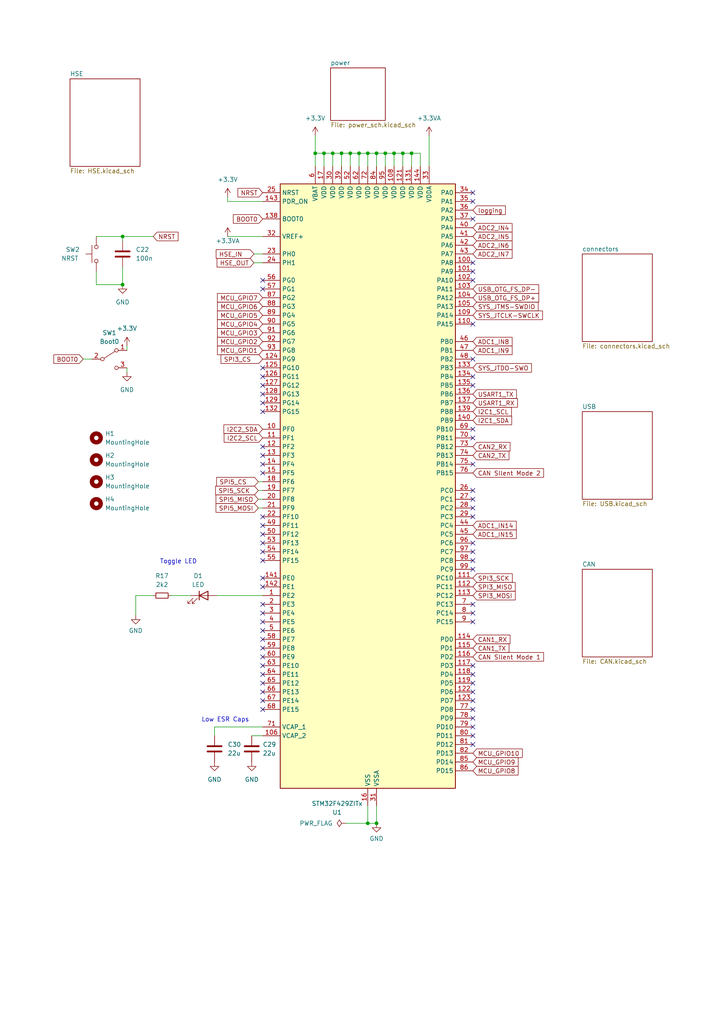
<source format=kicad_sch>
(kicad_sch (version 20230121) (generator eeschema)
  (paper "A4" portrait)
  (title_block (title "DAQ PCB") (date "2023-12-25") (company "Dallas Formula Racing"))
  (lib_symbols
    (symbol "Device:C" (pin_numbers hide) (pin_names (offset 0.254))
      (property "Reference" "C" (at 0.635 2.54 0))
      (property "Value" "C" (at 0.635 -2.54 0))
      (symbol "C_0_1"
        (polyline (pts (xy -2.032 -0.762) (xy 2.032 -0.762)) (stroke (width 0.508)))
        (polyline (pts (xy -2.032 0.762) (xy 2.032 0.762)) (stroke (width 0.508)))
      )
      (symbol "C_1_1"
        (pin passive line (at 0 3.81 270) (length 2.794) (name "~") (number "1"))
        (pin passive line (at 0 -3.81 90) (length 2.794) (name "~") (number "2"))
      )
    )
    (symbol "Device:LED" (pin_numbers hide) (pin_names (offset 1.016) hide)
      (property "Reference" "D" (at 0 2.54 0))
      (property "Value" "LED" (at 0 -2.54 0))
      (symbol "LED_0_1"
        (polyline (pts (xy -1.27 -1.27) (xy -1.27 1.27)) (stroke (width 0.254)))
        (polyline (pts (xy -1.27 0) (xy 1.27 0)))
        (polyline (pts (xy 1.27 -1.27) (xy 1.27 1.27) (xy -1.27 0) (xy 1.27 -1.27)) (stroke (width 0.254)))
        (polyline (pts (xy -3.048 -0.762) (xy -4.572 -2.286) (xy -3.81 -2.286) (xy -4.572 -2.286) (xy -4.572 -1.524)))
        (polyline (pts (xy -1.778 -0.762) (xy -3.302 -2.286) (xy -2.54 -2.286) (xy -3.302 -2.286) (xy -3.302 -1.524)))
      )
      (symbol "LED_1_1"
        (pin passive line (at -3.81 0 0) (length 2.54) (name "K") (number "1"))
        (pin passive line (at 3.81 0 180) (length 2.54) (name "A") (number "2"))
      )
    )
    (symbol "Device:R_Small" (pin_numbers hide) (pin_names (offset 0.254) hide)
      (property "Reference" "R" (at 0.762 0.508 0))
      (property "Value" "R_Small" (at 0.762 -1.016 0))
      (symbol "R_Small_0_1"
        (rectangle (start -0.762 1.778) (end 0.762 -1.778) (stroke (width 0.2032)))
      )
      (symbol "R_Small_1_1"
        (pin passive line (at 0 2.54 270) (length 0.762) (name "~") (number "1"))
        (pin passive line (at 0 -2.54 90) (length 0.762) (name "~") (number "2"))
      )
    )
    (symbol "MCU_ST_STM32F4:STM32F429ZITx"
      (property "Reference" "U" (at -25.4 90.17 0))
      (property "Value" "STM32F429ZITx" (at 20.32 90.17 0))
      (symbol "STM32F429ZITx_0_1"
        (rectangle (start -25.4 -86.36) (end 25.4 88.9) (stroke (width 0.254)) (fill (type background)))
      )
      (symbol "STM32F429ZITx_1_1"
        (pin bidirectional line (at -30.48 -30.48 0) (length 5.08) (name "PE2") (number "1"))
        (pin bidirectional line (at -30.48 17.78 0) (length 5.08) (name "PF0") (number "10"))
        (pin bidirectional line (at 30.48 66.04 180) (length 5.08) (name "PA8") (number "100"))
        (pin bidirectional line (at 30.48 63.5 180) (length 5.08) (name "PA9") (number "101"))
        (pin bidirectional line (at 30.48 60.96 180) (length 5.08) (name "PA10") (number "102"))
        (pin bidirectional line (at 30.48 58.42 180) (length 5.08) (name "PA11") (number "103"))
        (pin bidirectional line (at 30.48 55.88 180) (length 5.08) (name "PA12") (number "104"))
        (pin bidirectional line (at 30.48 53.34 180) (length 5.08) (name "PA13") (number "105"))
        (pin power_out line (at -30.48 -71.12 0) (length 5.08) (name "VCAP_2") (number "106"))
        (pin passive line (at 0 -91.44 90) (length 5.08) hide (name "VSS") (number "107"))
        (pin power_in line (at 7.62 93.98 270) (length 5.08) (name "VDD") (number "108"))
        (pin bidirectional line (at 30.48 50.8 180) (length 5.08) (name "PA14") (number "109"))
        (pin bidirectional line (at -30.48 15.24 0) (length 5.08) (name "PF1") (number "11"))
        (pin bidirectional line (at 30.48 48.26 180) (length 5.08) (name "PA15") (number "110"))
        (pin bidirectional line (at 30.48 -25.4 180) (length 5.08) (name "PC10") (number "111"))
        (pin bidirectional line (at 30.48 -27.94 180) (length 5.08) (name "PC11") (number "112"))
        (pin bidirectional line (at 30.48 -30.48 180) (length 5.08) (name "PC12") (number "113"))
        (pin bidirectional line (at 30.48 -43.18 180) (length 5.08) (name "PD0") (number "114"))
        (pin bidirectional line (at 30.48 -45.72 180) (length 5.08) (name "PD1") (number "115"))
        (pin bidirectional line (at 30.48 -48.26 180) (length 5.08) (name "PD2") (number "116"))
        (pin bidirectional line (at 30.48 -50.8 180) (length 5.08) (name "PD3") (number "117"))
        (pin bidirectional line (at 30.48 -53.34 180) (length 5.08) (name "PD4") (number "118"))
        (pin bidirectional line (at 30.48 -55.88 180) (length 5.08) (name "PD5") (number "119"))
        (pin bidirectional line (at -30.48 12.7 0) (length 5.08) (name "PF2") (number "12"))
        (pin passive line (at 0 -91.44 90) (length 5.08) hide (name "VSS") (number "120"))
        (pin power_in line (at 10.16 93.98 270) (length 5.08) (name "VDD") (number "121"))
        (pin bidirectional line (at 30.48 -58.42 180) (length 5.08) (name "PD6") (number "122"))
        (pin bidirectional line (at 30.48 -60.96 180) (length 5.08) (name "PD7") (number "123"))
        (pin bidirectional line (at -30.48 38.1 0) (length 5.08) (name "PG9") (number "124"))
        (pin bidirectional line (at -30.48 35.56 0) (length 5.08) (name "PG10") (number "125"))
        (pin bidirectional line (at -30.48 33.02 0) (length 5.08) (name "PG11") (number "126"))
        (pin bidirectional line (at -30.48 30.48 0) (length 5.08) (name "PG12") (number "127"))
        (pin bidirectional line (at -30.48 27.94 0) (length 5.08) (name "PG13") (number "128"))
        (pin bidirectional line (at -30.48 25.4 0) (length 5.08) (name "PG14") (number "129"))
        (pin bidirectional line (at -30.48 10.16 0) (length 5.08) (name "PF3") (number "13"))
        (pin passive line (at 0 -91.44 90) (length 5.08) hide (name "VSS") (number "130"))
        (pin power_in line (at 12.7 93.98 270) (length 5.08) (name "VDD") (number "131"))
        (pin bidirectional line (at -30.48 22.86 0) (length 5.08) (name "PG15") (number "132"))
        (pin bidirectional line (at 30.48 35.56 180) (length 5.08) (name "PB3") (number "133"))
        (pin bidirectional line (at 30.48 33.02 180) (length 5.08) (name "PB4") (number "134"))
        (pin bidirectional line (at 30.48 30.48 180) (length 5.08) (name "PB5") (number "135"))
        (pin bidirectional line (at 30.48 27.94 180) (length 5.08) (name "PB6") (number "136"))
        (pin bidirectional line (at 30.48 25.4 180) (length 5.08) (name "PB7") (number "137"))
        (pin input line (at -30.48 78.74 0) (length 5.08) (name "BOOT0") (number "138"))
        (pin bidirectional line (at 30.48 22.86 180) (length 5.08) (name "PB8") (number "139"))
        (pin bidirectional line (at -30.48 7.62 0) (length 5.08) (name "PF4") (number "14"))
        (pin bidirectional line (at 30.48 20.32 180) (length 5.08) (name "PB9") (number "140"))
        (pin bidirectional line (at -30.48 -25.4 0) (length 5.08) (name "PE0") (number "141"))
        (pin bidirectional line (at -30.48 -27.94 0) (length 5.08) (name "PE1") (number "142"))
        (pin input line (at -30.48 83.82 0) (length 5.08) (name "PDR_ON") (number "143"))
        (pin power_in line (at 15.24 93.98 270) (length 5.08) (name "VDD") (number "144"))
        (pin bidirectional line (at -30.48 5.08 0) (length 5.08) (name "PF5") (number "15"))
        (pin power_in line (at 0 -91.44 90) (length 5.08) (name "VSS") (number "16"))
        (pin power_in line (at -12.7 93.98 270) (length 5.08) (name "VDD") (number "17"))
        (pin bidirectional line (at -30.48 2.54 0) (length 5.08) (name "PF6") (number "18"))
        (pin bidirectional line (at -30.48 0 0) (length 5.08) (name "PF7") (number "19"))
        (pin bidirectional line (at -30.48 -33.02 0) (length 5.08) (name "PE3") (number "2"))
        (pin bidirectional line (at -30.48 -2.54 0) (length 5.08) (name "PF8") (number "20"))
        (pin bidirectional line (at -30.48 -5.08 0) (length 5.08) (name "PF9") (number "21"))
        (pin bidirectional line (at -30.48 -7.62 0) (length 5.08) (name "PF10") (number "22"))
        (pin bidirectional line (at -30.48 68.58 0) (length 5.08) (name "PH0") (number "23"))
        (pin bidirectional line (at -30.48 66.04 0) (length 5.08) (name "PH1") (number "24"))
        (pin input line (at -30.48 86.36 0) (length 5.08) (name "NRST") (number "25"))
        (pin bidirectional line (at 30.48 0 180) (length 5.08) (name "PC0") (number "26"))
        (pin bidirectional line (at 30.48 -2.54 180) (length 5.08) (name "PC1") (number "27"))
        (pin bidirectional line (at 30.48 -5.08 180) (length 5.08) (name "PC2") (number "28"))
        (pin bidirectional line (at 30.48 -7.62 180) (length 5.08) (name "PC3") (number "29"))
        (pin bidirectional line (at -30.48 -35.56 0) (length 5.08) (name "PE4") (number "3"))
        (pin power_in line (at -10.16 93.98 270) (length 5.08) (name "VDD") (number "30"))
        (pin power_in line (at 2.54 -91.44 90) (length 5.08) (name "VSSA") (number "31"))
        (pin input line (at -30.48 73.66 0) (length 5.08) (name "VREF+") (number "32"))
        (pin power_in line (at 17.78 93.98 270) (length 5.08) (name "VDDA") (number "33"))
        (pin bidirectional line (at 30.48 86.36 180) (length 5.08) (name "PA0") (number "34"))
        (pin bidirectional line (at 30.48 83.82 180) (length 5.08) (name "PA1") (number "35"))
        (pin bidirectional line (at 30.48 81.28 180) (length 5.08) (name "PA2") (number "36"))
        (pin bidirectional line (at 30.48 78.74 180) (length 5.08) (name "PA3") (number "37"))
        (pin passive line (at 0 -91.44 90) (length 5.08) hide (name "VSS") (number "38"))
        (pin power_in line (at -7.62 93.98 270) (length 5.08) (name "VDD") (number "39"))
        (pin bidirectional line (at -30.48 -38.1 0) (length 5.08) (name "PE5") (number "4"))
        (pin bidirectional line (at 30.48 76.2 180) (length 5.08) (name "PA4") (number "40"))
        (pin bidirectional line (at 30.48 73.66 180) (length 5.08) (name "PA5") (number "41"))
        (pin bidirectional line (at 30.48 71.12 180) (length 5.08) (name "PA6") (number "42"))
        (pin bidirectional line (at 30.48 68.58 180) (length 5.08) (name "PA7") (number "43"))
        (pin bidirectional line (at 30.48 -10.16 180) (length 5.08) (name "PC4") (number "44"))
        (pin bidirectional line (at 30.48 -12.7 180) (length 5.08) (name "PC5") (number "45"))
        (pin bidirectional line (at 30.48 43.18 180) (length 5.08) (name "PB0") (number "46"))
        (pin bidirectional line (at 30.48 40.64 180) (length 5.08) (name "PB1") (number "47"))
        (pin bidirectional line (at 30.48 38.1 180) (length 5.08) (name "PB2") (number "48"))
        (pin bidirectional line (at -30.48 -10.16 0) (length 5.08) (name "PF11") (number "49"))
        (pin bidirectional line (at -30.48 -40.64 0) (length 5.08) (name "PE6") (number "5"))
        (pin bidirectional line (at -30.48 -12.7 0) (length 5.08) (name "PF12") (number "50"))
        (pin passive line (at 0 -91.44 90) (length 5.08) hide (name "VSS") (number "51"))
        (pin power_in line (at -5.08 93.98 270) (length 5.08) (name "VDD") (number "52"))
        (pin bidirectional line (at -30.48 -15.24 0) (length 5.08) (name "PF13") (number "53"))
        (pin bidirectional line (at -30.48 -17.78 0) (length 5.08) (name "PF14") (number "54"))
        (pin bidirectional line (at -30.48 -20.32 0) (length 5.08) (name "PF15") (number "55"))
        (pin bidirectional line (at -30.48 60.96 0) (length 5.08) (name "PG0") (number "56"))
        (pin bidirectional line (at -30.48 58.42 0) (length 5.08) (name "PG1") (number "57"))
        (pin bidirectional line (at -30.48 -43.18 0) (length 5.08) (name "PE7") (number "58"))
        (pin bidirectional line (at -30.48 -45.72 0) (length 5.08) (name "PE8") (number "59"))
        (pin power_in line (at -15.24 93.98 270) (length 5.08) (name "VBAT") (number "6"))
        (pin bidirectional line (at -30.48 -48.26 0) (length 5.08) (name "PE9") (number "60"))
        (pin passive line (at 0 -91.44 90) (length 5.08) hide (name "VSS") (number "61"))
        (pin power_in line (at -2.54 93.98 270) (length 5.08) (name "VDD") (number "62"))
        (pin bidirectional line (at -30.48 -50.8 0) (length 5.08) (name "PE10") (number "63"))
        (pin bidirectional line (at -30.48 -53.34 0) (length 5.08) (name "PE11") (number "64"))
        (pin bidirectional line (at -30.48 -55.88 0) (length 5.08) (name "PE12") (number "65"))
        (pin bidirectional line (at -30.48 -58.42 0) (length 5.08) (name "PE13") (number "66"))
        (pin bidirectional line (at -30.48 -60.96 0) (length 5.08) (name "PE14") (number "67"))
        (pin bidirectional line (at -30.48 -63.5 0) (length 5.08) (name "PE15") (number "68"))
        (pin bidirectional line (at 30.48 17.78 180) (length 5.08) (name "PB10") (number "69"))
        (pin bidirectional line (at 30.48 -33.02 180) (length 5.08) (name "PC13") (number "7"))
        (pin bidirectional line (at 30.48 15.24 180) (length 5.08) (name "PB11") (number "70"))
        (pin power_out line (at -30.48 -68.58 0) (length 5.08) (name "VCAP_1") (number "71"))
        (pin power_in line (at 0 93.98 270) (length 5.08) (name "VDD") (number "72"))
        (pin bidirectional line (at 30.48 12.7 180) (length 5.08) (name "PB12") (number "73"))
        (pin bidirectional line (at 30.48 10.16 180) (length 5.08) (name "PB13") (number "74"))
        (pin bidirectional line (at 30.48 7.62 180) (length 5.08) (name "PB14") (number "75"))
        (pin bidirectional line (at 30.48 5.08 180) (length 5.08) (name "PB15") (number "76"))
        (pin bidirectional line (at 30.48 -63.5 180) (length 5.08) (name "PD8") (number "77"))
        (pin bidirectional line (at 30.48 -66.04 180) (length 5.08) (name "PD9") (number "78"))
        (pin bidirectional line (at 30.48 -68.58 180) (length 5.08) (name "PD10") (number "79"))
        (pin bidirectional line (at 30.48 -35.56 180) (length 5.08) (name "PC14") (number "8"))
        (pin bidirectional line (at 30.48 -71.12 180) (length 5.08) (name "PD11") (number "80"))
        (pin bidirectional line (at 30.48 -73.66 180) (length 5.08) (name "PD12") (number "81"))
        (pin bidirectional line (at 30.48 -76.2 180) (length 5.08) (name "PD13") (number "82"))
        (pin passive line (at 0 -91.44 90) (length 5.08) hide (name "VSS") (number "83"))
        (pin power_in line (at 2.54 93.98 270) (length 5.08) (name "VDD") (number "84"))
        (pin bidirectional line (at 30.48 -78.74 180) (length 5.08) (name "PD14") (number "85"))
        (pin bidirectional line (at 30.48 -81.28 180) (length 5.08) (name "PD15") (number "86"))
        (pin bidirectional line (at -30.48 55.88 0) (length 5.08) (name "PG2") (number "87"))
        (pin bidirectional line (at -30.48 53.34 0) (length 5.08) (name "PG3") (number "88"))
        (pin bidirectional line (at -30.48 50.8 0) (length 5.08) (name "PG4") (number "89"))
        (pin bidirectional line (at 30.48 -38.1 180) (length 5.08) (name "PC15") (number "9"))
        (pin bidirectional line (at -30.48 48.26 0) (length 5.08) (name "PG5") (number "90"))
        (pin bidirectional line (at -30.48 45.72 0) (length 5.08) (name "PG6") (number "91"))
        (pin bidirectional line (at -30.48 43.18 0) (length 5.08) (name "PG7") (number "92"))
        (pin bidirectional line (at -30.48 40.64 0) (length 5.08) (name "PG8") (number "93"))
        (pin passive line (at 0 -91.44 90) (length 5.08) hide (name "VSS") (number "94"))
        (pin power_in line (at 5.08 93.98 270) (length 5.08) (name "VDD") (number "95"))
        (pin bidirectional line (at 30.48 -15.24 180) (length 5.08) (name "PC6") (number "96"))
        (pin bidirectional line (at 30.48 -17.78 180) (length 5.08) (name "PC7") (number "97"))
        (pin bidirectional line (at 30.48 -20.32 180) (length 5.08) (name "PC8") (number "98"))
        (pin bidirectional line (at 30.48 -22.86 180) (length 5.08) (name "PC9") (number "99"))
      )
    )
    (symbol "Mechanical:MountingHole" (pin_names (offset 1.016))
      (property "Reference" "H" (at 0 5.08 0))
      (property "Value" "MountingHole" (at 0 3.175 0))
      (symbol "MountingHole_0_1"
        (circle (center 0 0) (radius 1.27) (stroke (width 1.27)))
      )
    )
    (symbol "Switch:SW_Push" (pin_numbers hide) (pin_names (offset 1.016) hide)
      (property "Reference" "SW" (at 1.27 2.54 0))
      (property "Value" "SW_Push" (at 0 -1.524 0))
      (symbol "SW_Push_0_1"
        (circle (center -2.032 0) (radius 0.508))
        (polyline (pts (xy 0 1.27) (xy 0 3.048)))
        (polyline (pts (xy 2.54 1.27) (xy -2.54 1.27)))
        (circle (center 2.032 0) (radius 0.508))
        (pin passive line (at -5.08 0 0) (length 2.54) (name "1") (number "1"))
        (pin passive line (at 5.08 0 180) (length 2.54) (name "2") (number "2"))
      )
    )
    (symbol "Switch:SW_SPDT" (pin_names (offset 0) hide)
      (property "Reference" "SW" (at 0 4.318 0))
      (property "Value" "SW_SPDT" (at 0 -5.08 0))
      (symbol "SW_SPDT_0_0"
        (circle (center -2.032 0) (radius 0.508))
        (circle (center 2.032 -2.54) (radius 0.508))
      )
      (symbol "SW_SPDT_0_1"
        (polyline (pts (xy -1.524 0.254) (xy 1.651 2.286)))
        (circle (center 2.032 2.54) (radius 0.508))
      )
      (symbol "SW_SPDT_1_1"
        (pin passive line (at 5.08 2.54 180) (length 2.54) (name "A") (number "1"))
        (pin passive line (at -5.08 0 0) (length 2.54) (name "B") (number "2"))
        (pin passive line (at 5.08 -2.54 180) (length 2.54) (name "C") (number "3"))
      )
    )
    (symbol "power:+3.3V" (power) (pin_names (offset 0))
      (property "Value" "+3.3V" (at 0 3.556 0))
      (symbol "+3.3V_0_1"
        (polyline (pts (xy -0.762 1.27) (xy 0 2.54)))
        (polyline (pts (xy 0 0) (xy 0 2.54)))
        (polyline (pts (xy 0 2.54) (xy 0.762 1.27)))
      )
      (symbol "+3.3V_1_1"
        (pin power_in line (at 0 0 90) (length 0) hide (name "+3.3V") (number "1"))
      )
    )
    (symbol "power:+3.3VA" (power) (pin_names (offset 0))
      (property "Value" "+3.3VA" (at 0 3.556 0))
      (symbol "+3.3VA_0_1"
        (polyline (pts (xy -0.762 1.27) (xy 0 2.54)))
        (polyline (pts (xy 0 0) (xy 0 2.54)))
        (polyline (pts (xy 0 2.54) (xy 0.762 1.27)))
      )
      (symbol "+3.3VA_1_1"
        (pin power_in line (at 0 0 90) (length 0) hide (name "+3.3VA") (number "1"))
      )
    )
    (symbol "power:GND" (power) (pin_names (offset 0))
      (property "Value" "GND" (at 0 -3.81 0))
      (symbol "GND_0_1"
        (polyline (pts (xy 0 0) (xy 0 -1.27) (xy 1.27 -1.27) (xy 0 -2.54) (xy -1.27 -1.27) (xy 0 -1.27)))
      )
      (symbol "GND_1_1"
        (pin power_in line (at 0 0 270) (length 0) hide (name "GND") (number "1"))
      )
    )
    (symbol "power:PWR_FLAG" (power) (pin_numbers hide) (pin_names (offset 0) hide)
      (property "Value" "PWR_FLAG" (at 0 3.81 0))
      (symbol "PWR_FLAG_0_0"
        (pin power_out line (at 0 0 90) (length 0) (name "pwr") (number "1"))
      )
      (symbol "PWR_FLAG_0_1"
        (polyline (pts (xy 0 0) (xy 0 1.27) (xy -1.016 1.905) (xy 0 2.54) (xy 1.016 1.905) (xy 0 1.27)))
      )
    )
  )
  (junction (at 109.22 238.76))
  (junction (at 35.56 82.55))
  (junction (at 99.06 44.45))
  (junction (at 91.44 44.45))
  (junction (at 96.52 44.45))
  (junction (at 109.22 44.45))
  (junction (at 119.38 44.45))
  (junction (at 104.14 44.45))
  (junction (at 111.76 44.45))
  (junction (at 93.98 44.45))
  (junction (at 106.68 44.45))
  (junction (at 101.6 44.45))
  (junction (at 114.3 44.45))
  (junction (at 106.68 238.76))
  (junction (at 35.56 68.58))
  (junction (at 116.84 44.45))
  (no_connect (at 76.2 137.16))
  (no_connect (at 76.2 187.96))
  (no_connect (at 76.2 109.22))
  (no_connect (at 76.2 111.76))
  (no_connect (at 76.2 205.74))
  (no_connect (at 76.2 116.84))
  (no_connect (at 137.16 208.28))
  (no_connect (at 76.2 182.88))
  (no_connect (at 137.16 149.86))
  (no_connect (at 76.2 114.3))
  (no_connect (at 137.16 195.58))
  (no_connect (at 137.16 205.74))
  (no_connect (at 76.2 134.62))
  (no_connect (at 76.2 81.28))
  (no_connect (at 76.2 119.38))
  (no_connect (at 137.16 147.32))
  (no_connect (at 137.16 162.56))
  (no_connect (at 76.2 154.94))
  (no_connect (at 76.2 167.64))
  (no_connect (at 76.2 175.26))
  (no_connect (at 137.16 63.5))
  (no_connect (at 76.2 177.8))
  (no_connect (at 137.16 213.36))
  (no_connect (at 76.2 129.54))
  (no_connect (at 76.2 152.4))
  (no_connect (at 76.2 106.68))
  (no_connect (at 137.16 127))
  (no_connect (at 76.2 170.18))
  (no_connect (at 137.16 58.42))
  (no_connect (at 137.16 165.1))
  (no_connect (at 137.16 78.74))
  (no_connect (at 137.16 200.66))
  (no_connect (at 76.2 203.2))
  (no_connect (at 137.16 111.76))
  (no_connect (at 137.16 104.14))
  (no_connect (at 76.2 193.04))
  (no_connect (at 137.16 157.48))
  (no_connect (at 137.16 210.82))
  (no_connect (at 76.2 157.48))
  (no_connect (at 137.16 76.2))
  (no_connect (at 137.16 142.24))
  (no_connect (at 137.16 198.12))
  (no_connect (at 76.2 162.56))
  (no_connect (at 76.2 190.5))
  (no_connect (at 76.2 132.08))
  (no_connect (at 137.16 203.2))
  (no_connect (at 137.16 180.34))
  (no_connect (at 137.16 177.8))
  (no_connect (at 137.16 124.46))
  (no_connect (at 76.2 198.12))
  (no_connect (at 76.2 180.34))
  (no_connect (at 137.16 160.02))
  (no_connect (at 76.2 149.86))
  (no_connect (at 76.2 195.58))
  (no_connect (at 137.16 144.78))
  (no_connect (at 137.16 81.28))
  (no_connect (at 137.16 193.04))
  (no_connect (at 137.16 93.98))
  (no_connect (at 76.2 200.66))
  (no_connect (at 137.16 109.22))
  (no_connect (at 137.16 215.9))
  (no_connect (at 137.16 55.88))
  (no_connect (at 137.16 134.62))
  (no_connect (at 76.2 83.82))
  (no_connect (at 76.2 185.42))
  (no_connect (at 76.2 160.02))
  (no_connect (at 137.16 175.26))
  (wire (pts (xy 96.52 44.45) (xy 99.06 44.45)))
  (wire (pts (xy 74.93 139.7) (xy 76.2 139.7)))
  (wire (pts (xy 106.68 233.68) (xy 106.68 238.76)))
  (wire (pts (xy 66.04 58.42) (xy 76.2 58.42)))
  (wire (pts (xy 99.06 48.26) (xy 99.06 44.45)))
  (wire (pts (xy 101.6 48.26) (xy 101.6 44.45)))
  (wire (pts (xy 109.22 238.76) (xy 106.68 238.76)))
  (wire (pts (xy 104.14 48.26) (xy 104.14 44.45)))
  (wire (pts (xy 49.53 172.72) (xy 55.245 172.72)))
  (wire (pts (xy 109.22 48.26) (xy 109.22 44.45)))
  (wire (pts (xy 114.3 48.26) (xy 114.3 44.45)))
  (wire (pts (xy 27.94 82.55) (xy 35.56 82.55)))
  (wire (pts (xy 119.38 44.45) (xy 121.92 44.45)))
  (wire (pts (xy 99.06 44.45) (xy 101.6 44.45)))
  (wire (pts (xy 27.94 78.74) (xy 27.94 82.55)))
  (wire (pts (xy 35.56 69.85) (xy 35.56 68.58)))
  (wire (pts (xy 106.68 48.26) (xy 106.68 44.45)))
  (wire (pts (xy 62.23 213.36) (xy 62.23 210.82)))
  (wire (pts (xy 116.84 48.26) (xy 116.84 44.45)))
  (wire (pts (xy 91.44 44.45) (xy 93.98 44.45)))
  (wire (pts (xy 100.33 238.76) (xy 106.68 238.76)))
  (wire (pts (xy 74.93 144.78) (xy 76.2 144.78)))
  (wire (pts (xy 66.04 57.15) (xy 66.04 58.42)))
  (wire (pts (xy 62.23 210.82) (xy 76.2 210.82)))
  (wire (pts (xy 106.68 44.45) (xy 109.22 44.45)))
  (wire (pts (xy 73.025 213.36) (xy 76.2 213.36)))
  (wire (pts (xy 73.66 76.2) (xy 76.2 76.2)))
  (wire (pts (xy 35.56 68.58) (xy 27.94 68.58)))
  (wire (pts (xy 116.84 44.45) (xy 119.38 44.45)))
  (wire (pts (xy 124.46 48.26) (xy 124.46 39.37)))
  (wire (pts (xy 109.22 238.76) (xy 109.22 233.68)))
  (wire (pts (xy 36.83 107.95) (xy 36.83 106.68)))
  (wire (pts (xy 104.14 44.45) (xy 106.68 44.45)))
  (wire (pts (xy 119.38 48.26) (xy 119.38 44.45)))
  (wire (pts (xy 35.56 68.58) (xy 44.45 68.58)))
  (wire (pts (xy 91.44 48.26) (xy 91.44 44.45)))
  (wire (pts (xy 73.66 73.66) (xy 76.2 73.66)))
  (wire (pts (xy 74.93 147.32) (xy 76.2 147.32)))
  (wire (pts (xy 93.98 48.26) (xy 93.98 44.45)))
  (wire (pts (xy 44.45 172.72) (xy 39.37 172.72)))
  (wire (pts (xy 109.22 44.45) (xy 111.76 44.45)))
  (wire (pts (xy 24.13 104.14) (xy 26.67 104.14)))
  (wire (pts (xy 111.76 44.45) (xy 114.3 44.45)))
  (wire (pts (xy 93.98 44.45) (xy 96.52 44.45)))
  (wire (pts (xy 114.3 44.45) (xy 116.84 44.45)))
  (wire (pts (xy 35.56 77.47) (xy 35.56 82.55)))
  (wire (pts (xy 121.92 44.45) (xy 121.92 48.26)))
  (wire (pts (xy 62.865 172.72) (xy 76.2 172.72)))
  (wire (pts (xy 66.04 68.58) (xy 76.2 68.58)))
  (wire (pts (xy 91.44 39.37) (xy 91.44 44.45)))
  (wire (pts (xy 36.83 100.33) (xy 36.83 101.6)))
  (wire (pts (xy 101.6 44.45) (xy 104.14 44.45)))
  (wire (pts (xy 39.37 172.72) (xy 39.37 178.435)))
  (wire (pts (xy 111.76 48.26) (xy 111.76 44.45)))
  (wire (pts (xy 96.52 48.26) (xy 96.52 44.45)))
  (wire (pts (xy 74.93 142.24) (xy 76.2 142.24)))
  (text "Toggle LED\n\n" (at 46.355 165.735 0) (effects (font (size 1.27 1.27)) (justify left bottom)))
  (text "Low ESR Caps\n" (at 58.42 209.55 0) (effects (font (size 1.27 1.27)) (justify left bottom)))
  (global_label "SPI3_CS  " (shape input) (at 76.2 104.14 180) (property "Intersheetrefs" "${INTERSHEET_REFS}" (effects hide)))
  (global_label "ADC1_IN14" (shape input) (at 137.16 152.4 0) (property "Intersheetrefs" "${INTERSHEET_REFS}" (effects hide)))
  (global_label "SPI3_SCK" (shape input) (at 137.16 167.64 0) (property "Intersheetrefs" "${INTERSHEET_REFS}" (effects hide)))
  (global_label "CAN SIlent Mode 2" (shape input) (at 137.16 137.16 0) (property "Intersheetrefs" "${INTERSHEET_REFS}" (effects hide)))
  (global_label "ADC1_IN15" (shape input) (at 137.16 154.94 0) (property "Intersheetrefs" "${INTERSHEET_REFS}" (effects hide)))
  (global_label "USART1_RX" (shape input) (at 137.16 116.84 0) (property "Intersheetrefs" "${INTERSHEET_REFS}" (effects hide)))
  (global_label "CAN2_TX" (shape input) (at 137.16 132.08 0) (property "Intersheetrefs" "${INTERSHEET_REFS}" (effects hide)))
  (global_label "SPI5_MISO" (shape input) (at 74.93 144.78 180) (property "Intersheetrefs" "${INTERSHEET_REFS}" (effects hide)))
  (global_label "MCU_GPIO9" (shape input) (at 137.16 220.98 0) (property "Intersheetrefs" "${INTERSHEET_REFS}" (effects hide)))
  (global_label "BOOT0" (shape input) (at 24.13 104.14 180) (property "Intersheetrefs" "${INTERSHEET_REFS}" (effects hide)))
  (global_label "I2C2_SDA" (shape input) (at 76.2 124.46 180) (property "Intersheetrefs" "${INTERSHEET_REFS}" (effects hide)))
  (global_label "BOOT0" (shape input) (at 76.2 63.5 180) (property "Intersheetrefs" "${INTERSHEET_REFS}" (effects hide)))
  (global_label "SYS_JTDO-SWO" (shape input) (at 137.16 106.68 0) (property "Intersheetrefs" "${INTERSHEET_REFS}" (effects hide)))
  (global_label "SPI5_CS  " (shape input) (at 74.93 139.7 180) (property "Intersheetrefs" "${INTERSHEET_REFS}" (effects hide)))
  (global_label "SYS_JTMS-SWDIO" (shape input) (at 137.16 88.9 0) (property "Intersheetrefs" "${INTERSHEET_REFS}" (effects hide)))
  (global_label "USB_OTG_FS_DP+" (shape input) (at 137.16 86.36 0) (property "Intersheetrefs" "${INTERSHEET_REFS}" (effects hide)))
  (global_label "NRST" (shape input) (at 44.45 68.58 0) (property "Intersheetrefs" "${INTERSHEET_REFS}" (effects hide)))
  (global_label "MCU_GPIO6" (shape input) (at 76.2 88.9 180) (property "Intersheetrefs" "${INTERSHEET_REFS}" (effects hide)))
  (global_label "MCU_GPIO2" (shape input) (at 76.2 99.06 180) (property "Intersheetrefs" "${INTERSHEET_REFS}" (effects hide)))
  (global_label "USART1_TX" (shape input) (at 137.16 114.3 0) (property "Intersheetrefs" "${INTERSHEET_REFS}" (effects hide)))
  (global_label "SPI5_MOSI" (shape input) (at 74.93 147.32 180) (property "Intersheetrefs" "${INTERSHEET_REFS}" (effects hide)))
  (global_label "SPI5_SCK " (shape input) (at 74.93 142.24 180) (property "Intersheetrefs" "${INTERSHEET_REFS}" (effects hide)))
  (global_label "I2C1_SCL" (shape input) (at 137.16 119.38 0) (property "Intersheetrefs" "${INTERSHEET_REFS}" (effects hide)))
  (global_label "MCU_GPIO4" (shape input) (at 76.2 93.98 180) (property "Intersheetrefs" "${INTERSHEET_REFS}" (effects hide)))
  (global_label "CAN1_TX" (shape input) (at 137.16 187.96 0) (property "Intersheetrefs" "${INTERSHEET_REFS}" (effects hide)))
  (global_label "MCU_GPIO5" (shape input) (at 76.2 91.44 180) (property "Intersheetrefs" "${INTERSHEET_REFS}" (effects hide)))
  (global_label "ADC1_IN9" (shape input) (at 137.16 101.6 0) (property "Intersheetrefs" "${INTERSHEET_REFS}" (effects hide)))
  (global_label "HSE_OUT" (shape input) (at 73.66 76.2 180) (property "Intersheetrefs" "${INTERSHEET_REFS}" (effects hide)))
  (global_label "MCU_GPIO3" (shape input) (at 76.2 96.52 180) (property "Intersheetrefs" "${INTERSHEET_REFS}" (effects hide)))
  (global_label "MCU_GPIO8" (shape input) (at 137.16 223.52 0) (property "Intersheetrefs" "${INTERSHEET_REFS}" (effects hide)))
  (global_label "SPI3_MISO" (shape input) (at 137.16 170.18 0) (property "Intersheetrefs" "${INTERSHEET_REFS}" (effects hide)))
  (global_label "MCU_GPIO7" (shape input) (at 76.2 86.36 180) (property "Intersheetrefs" "${INTERSHEET_REFS}" (effects hide)))
  (global_label "SYS_JTCLK-SWCLK" (shape input) (at 137.16 91.44 0) (property "Intersheetrefs" "${INTERSHEET_REFS}" (effects hide)))
  (global_label "CAN2_RX" (shape input) (at 137.16 129.54 0) (property "Intersheetrefs" "${INTERSHEET_REFS}" (effects hide)))
  (global_label "MCU_GPIO1" (shape input) (at 76.2 101.6 180) (property "Intersheetrefs" "${INTERSHEET_REFS}" (effects hide)))
  (global_label "ADC1_IN8" (shape input) (at 137.16 99.06 0) (property "Intersheetrefs" "${INTERSHEET_REFS}" (effects hide)))
  (global_label "ADC2_IN5" (shape input) (at 137.16 68.58 0) (property "Intersheetrefs" "${INTERSHEET_REFS}" (effects hide)))
  (global_label "logging" (shape input) (at 137.16 60.96 0) (property "Intersheetrefs" "${INTERSHEET_REFS}" (effects hide)))
  (global_label "MCU_GPIO10" (shape input) (at 137.16 218.44 0) (property "Intersheetrefs" "${INTERSHEET_REFS}" (effects hide)))
  (global_label "ADC2_IN4" (shape input) (at 137.16 66.04 0) (property "Intersheetrefs" "${INTERSHEET_REFS}" (effects hide)))
  (global_label "USB_OTG_FS_DP-" (shape input) (at 137.16 83.82 0) (property "Intersheetrefs" "${INTERSHEET_REFS}" (effects hide)))
  (global_label "CAN SIlent Mode 1" (shape input) (at 137.16 190.5 0) (property "Intersheetrefs" "${INTERSHEET_REFS}" (effects hide)))
  (global_label "SPI3_MOSI" (shape input) (at 137.16 172.72 0) (property "Intersheetrefs" "${INTERSHEET_REFS}" (effects hide)))
  (global_label "ADC2_IN7" (shape input) (at 137.16 73.66 0) (property "Intersheetrefs" "${INTERSHEET_REFS}" (effects hide)))
  (global_label "I2C1_SDA" (shape input) (at 137.16 121.92 0) (property "Intersheetrefs" "${INTERSHEET_REFS}" (effects hide)))
  (global_label "CAN1_RX" (shape input) (at 137.16 185.42 0) (property "Intersheetrefs" "${INTERSHEET_REFS}" (effects hide)))
  (global_label "ADC2_IN6" (shape input) (at 137.16 71.12 0) (property "Intersheetrefs" "${INTERSHEET_REFS}" (effects hide)))
  (global_label "HSE_IN  " (shape input) (at 73.66 73.66 180) (property "Intersheetrefs" "${INTERSHEET_REFS}" (effects hide)))
  (global_label "I2C2_SCL" (shape input) (at 76.2 127 180) (property "Intersheetrefs" "${INTERSHEET_REFS}" (effects hide)))
  (global_label "NRST" (shape input) (at 76.2 55.88 180) (property "Intersheetrefs" "${INTERSHEET_REFS}" (effects hide)))
  (symbol (lib_id "Switch:SW_SPDT") (at 31.75 104.14 0) (unit 1)
    (property "Reference" "SW1" (at 31.75 96.52 0))
    (property "Value" "Boot0" (at 31.75 99.06 0))
    (property "Footprint" "Button_Switch_SMD:SW_SPDT_CK-JS102011SAQN" (effects hide))
  )
  (symbol (lib_id "power:PWR_FLAG") (at 100.33 238.76 90) (unit 1)
    (property "Reference" "#FLG02" (effects hide))
    (property "Value" "PWR_FLAG" (at 96.52 238.76 90) (effects (justify left)))
  )
  (symbol (lib_id "power:GND") (at 62.23 220.98 0) (unit 1)
    (property "Reference" "#PWR074" (effects hide))
    (property "Value" "GND" (at 62.23 226.06 0))
  )
  (symbol (lib_id "power:GND") (at 35.56 82.55 0) (unit 1)
    (property "Reference" "#PWR054" (effects hide))
    (property "Value" "GND" (at 35.56 87.63 0))
  )
  (symbol (lib_id "Device:C") (at 62.23 217.17 0) (unit 1)
    (property "Reference" "C30" (at 66.04 215.9 0) (effects (justify left)))
    (property "Value" "22u" (at 66.04 218.44 0) (effects (justify left)))
    (property "Footprint" "Capacitor_SMD:C_0603_1608Metric_Pad1.08x0.95mm_HandSolder" (effects hide))
    (property "JLCpart#" "C96446" (effects hide))
  )
  (symbol (lib_id "MCU_ST_STM32F4:STM32F429ZITx") (at 106.68 142.24 0) (unit 1)
    (property "Reference" "U1" (at 97.79 235.585 0))
    (property "Value" "STM32F429ZITx" (at 97.79 233.045 0))
    (property "Footprint" "Package_QFP:LQFP-144_20x20mm_P0.5mm" (effects hide))
    (property "Datasheet" "https://www.st.com/resource/en/datasheet/stm32f429zi.pdf" (effects hide))
    (property "JLCpart#" "C92002" (effects hide))
  )
  (symbol (lib_id "Mechanical:MountingHole") (at 27.94 127 0) (unit 1)
    (property "Reference" "H1" (at 30.48 125.73 0) (effects (justify left)))
    (property "Value" "MountingHole" (at 30.48 128.27 0) (effects (justify left)))
    (property "Footprint" "MountingHole:MountingHole_4.3mm_M4_Pad_Via" (effects hide))
  )
  (symbol (lib_id "Mechanical:MountingHole") (at 27.94 133.35 0) (unit 1)
    (property "Reference" "H2" (at 30.48 132.08 0) (effects (justify left)))
    (property "Value" "MountingHole" (at 30.48 134.62 0) (effects (justify left)))
    (property "Footprint" "MountingHole:MountingHole_4.3mm_M4_Pad_Via" (effects hide))
  )
  (symbol (lib_id "power:+3.3VA") (at 124.46 39.37 0) (unit 1)
    (property "Reference" "#PWR04" (effects hide))
    (property "Value" "+3.3VA" (at 124.46 34.29 0))
  )
  (symbol (lib_id "Device:R_Small") (at 46.99 172.72 90) (unit 1)
    (property "Reference" "R17" (at 46.99 167.005 90))
    (property "Value" "2k2" (at 46.99 169.545 90))
    (property "Footprint" "Resistor_SMD:R_0603_1608Metric_Pad0.98x0.95mm_HandSolder" (effects hide))
    (property "JLCpart#" "C427273" (effects hide))
  )
  (symbol (lib_id "Device:C") (at 73.025 217.17 0) (unit 1)
    (property "Reference" "C29" (at 76.2 215.9 0) (effects (justify left)))
    (property "Value" "22u" (at 76.2 218.44 0) (effects (justify left)))
    (property "Footprint" "Capacitor_SMD:C_0603_1608Metric_Pad1.08x0.95mm_HandSolder" (effects hide))
    (property "JLCpart#" "C96446" (effects hide))
  )
  (symbol (lib_id "Device:LED") (at 59.055 172.72 0) (unit 1)
    (property "Reference" "D1" (at 57.4675 167.005 0))
    (property "Value" "LED" (at 57.4675 169.545 0))
    (property "Footprint" "LED_SMD:LED_0603_1608Metric_Pad1.05x0.95mm_HandSolder" (effects hide))
    (property "JLCpart#" "C72038" (effects hide))
  )
  (symbol (lib_id "Switch:SW_Push") (at 27.94 73.66 90) (unit 1)
    (property "Reference" "SW2" (at 19.05 72.39 90) (effects (justify right)))
    (property "Value" "NRST" (at 17.78 74.93 90) (effects (justify right)))
    (property "Footprint" "Button_Switch_SMD:SW_SPST_PTS645" (effects hide))
  )
  (symbol (lib_id "power:GND") (at 39.37 178.435 0) (unit 1)
    (property "Reference" "#PWR047" (effects hide))
    (property "Value" "GND" (at 39.37 182.88 0))
  )
  (symbol (lib_id "Mechanical:MountingHole") (at 27.94 146.05 0) (unit 1)
    (property "Reference" "H4" (at 30.48 144.78 0) (effects (justify left)))
    (property "Value" "MountingHole" (at 30.48 147.32 0) (effects (justify left)))
    (property "Footprint" "MountingHole:MountingHole_4.3mm_M4_Pad_Via" (effects hide))
  )
  (symbol (lib_id "power:+3.3V") (at 66.04 57.15 0) (unit 1)
    (property "Reference" "#PWR055" (effects hide))
    (property "Value" "+3.3V" (at 66.04 52.07 0))
  )
  (symbol (lib_id "power:GND") (at 36.83 107.95 0) (unit 1)
    (property "Reference" "#PWR052" (effects hide))
    (property "Value" "GND" (at 36.83 113.03 0))
  )
  (symbol (lib_id "power:+3.3V") (at 91.44 39.37 0) (unit 1)
    (property "Reference" "#PWR03" (effects hide))
    (property "Value" "+3.3V" (at 91.44 34.29 0))
  )
  (symbol (lib_id "Device:C") (at 35.56 73.66 0) (unit 1)
    (property "Reference" "C22" (at 39.37 72.39 0) (effects (justify left)))
    (property "Value" "100n" (at 39.37 74.93 0) (effects (justify left)))
    (property "Footprint" "Capacitor_SMD:C_0603_1608Metric_Pad1.08x0.95mm_HandSolder" (effects hide))
    (property "JLCpart#" "C76599" (effects hide))
  )
  (symbol (lib_id "power:+3.3V") (at 36.83 100.33 0) (unit 1)
    (property "Reference" "#PWR053" (effects hide))
    (property "Value" "+3.3V" (at 36.83 95.25 0))
  )
  (symbol (lib_id "power:GND") (at 109.22 238.76 0) (unit 1)
    (property "Reference" "#PWR05" (effects hide))
    (property "Value" "GND" (at 109.22 243.205 0))
  )
  (symbol (lib_id "Mechanical:MountingHole") (at 27.94 139.7 0) (unit 1)
    (property "Reference" "H3" (at 30.48 138.43 0) (effects (justify left)))
    (property "Value" "MountingHole" (at 30.48 140.97 0) (effects (justify left)))
    (property "Footprint" "MountingHole:MountingHole_4.3mm_M4_Pad_Via" (effects hide))
  )
  (symbol (lib_id "power:+3.3VA") (at 66.04 68.58 0) (unit 1)
    (property "Reference" "#PWR051" (effects hide))
    (property "Value" "+3.3VA" (at 66.04 69.85 0))
  )
  (symbol (lib_id "power:GND") (at 73.025 220.98 0) (unit 1)
    (property "Reference" "#PWR075" (effects hide))
    (property "Value" "GND" (at 73.025 226.06 0))
  )
  (sheet (at 20.32 22.86) (size 20.32 25.4) (stroke (width 0.1524))
    (property "Sheetname" "HSE" (at 20.32 22.1484 0) (effects (justify left bottom)))
    (property "Sheetfile" "HSE.kicad_sch" (at 20.32 48.8446 0) (effects (justify left top)))
  )
  (sheet (at 95.885 19.685) (size 15.875 15.24) (stroke (width 0.1524))
    (property "Sheetname" "power" (at 95.885 18.9734 0) (effects (justify left bottom)))
    (property "Sheetfile" "power_sch.kicad_sch" (at 95.885 35.5096 0) (effects (justify left top)))
  )
  (sheet (at 168.91 73.66) (size 20.32 25.4) (stroke (width 0.1524))
    (property "Sheetname" "connectors" (at 168.91 72.9484 0) (effects (justify left bottom)))
    (property "Sheetfile" "connectors.kicad_sch" (at 168.91 99.6446 0) (effects (justify left top)))
  )
  (sheet (at 168.91 165.1) (size 20.32 25.4) (stroke (width 0.1524))
    (property "Sheetname" "CAN" (at 168.91 164.3884 0) (effects (justify left bottom)))
    (property "Sheetfile" "CAN.kicad_sch" (at 168.91 191.0846 0) (effects (justify left top)))
  )
  (sheet (at 168.91 119.38) (size 20.32 25.4) (stroke (width 0.1524))
    (property "Sheetname" "USB" (at 168.91 118.6684 0) (effects (justify left bottom)))
    (property "Sheetfile" "USB.kicad_sch" (at 168.91 145.3646 0) (effects (justify left top)))
  )
)
</source>
